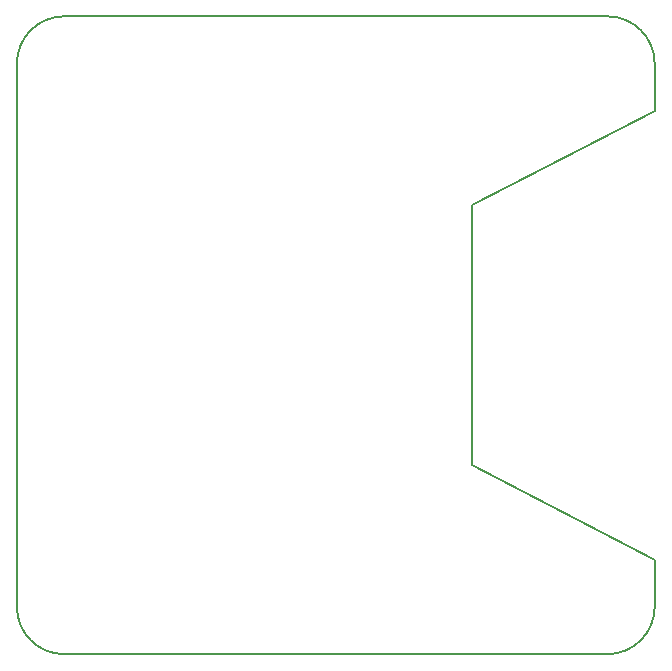
<source format=gm1>
G04 #@! TF.GenerationSoftware,KiCad,Pcbnew,5.1.2-f72e74a~84~ubuntu18.04.1*
G04 #@! TF.CreationDate,2019-07-18T22:32:31+09:00*
G04 #@! TF.ProjectId,dentureRS485,64656e74-7572-4655-9253-3438352e6b69,rev?*
G04 #@! TF.SameCoordinates,Original*
G04 #@! TF.FileFunction,Profile,NP*
%FSLAX46Y46*%
G04 Gerber Fmt 4.6, Leading zero omitted, Abs format (unit mm)*
G04 Created by KiCad (PCBNEW 5.1.2-f72e74a~84~ubuntu18.04.1) date 2019-07-18 22:32:31*
%MOMM*%
%LPD*%
G04 APERTURE LIST*
%ADD10C,0.150000*%
%ADD11C,0.200000*%
G04 APERTURE END LIST*
D10*
X152000000Y-52000000D02*
X152000000Y-56000000D01*
X136500000Y-86000000D02*
X152000000Y-94000000D01*
X136500000Y-64000000D02*
X136500000Y-86000000D01*
X152000000Y-56000000D02*
X136500000Y-64000000D01*
X102000000Y-48000000D02*
X148000000Y-48000000D01*
D11*
X152000000Y-94000000D02*
X152000000Y-98000000D01*
D10*
X98000000Y-98000000D02*
X98000000Y-52000000D01*
X148000000Y-102000000D02*
X102000000Y-102000000D01*
X98000000Y-52000000D02*
G75*
G02X102000000Y-48000000I4000000J0D01*
G01*
X152000000Y-98000000D02*
G75*
G02X148000000Y-102000000I-4000000J0D01*
G01*
X102000000Y-102000000D02*
G75*
G02X98000000Y-98000000I0J4000000D01*
G01*
X148000000Y-48000000D02*
G75*
G02X152000000Y-52000000I0J-4000000D01*
G01*
M02*

</source>
